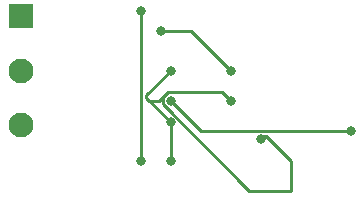
<source format=gbr>
%TF.GenerationSoftware,KiCad,Pcbnew,7.0.2*%
%TF.CreationDate,2023-06-01T20:05:06-06:00*%
%TF.ProjectId,ArmchairBarf,41726d63-6861-4697-9242-6172662e6b69,rev?*%
%TF.SameCoordinates,Original*%
%TF.FileFunction,Copper,L2,Bot*%
%TF.FilePolarity,Positive*%
%FSLAX46Y46*%
G04 Gerber Fmt 4.6, Leading zero omitted, Abs format (unit mm)*
G04 Created by KiCad (PCBNEW 7.0.2) date 2023-06-01 20:05:06*
%MOMM*%
%LPD*%
G01*
G04 APERTURE LIST*
G04 Aperture macros list*
%AMRoundRect*
0 Rectangle with rounded corners*
0 $1 Rounding radius*
0 $2 $3 $4 $5 $6 $7 $8 $9 X,Y pos of 4 corners*
0 Add a 4 corners polygon primitive as box body*
4,1,4,$2,$3,$4,$5,$6,$7,$8,$9,$2,$3,0*
0 Add four circle primitives for the rounded corners*
1,1,$1+$1,$2,$3*
1,1,$1+$1,$4,$5*
1,1,$1+$1,$6,$7*
1,1,$1+$1,$8,$9*
0 Add four rect primitives between the rounded corners*
20,1,$1+$1,$2,$3,$4,$5,0*
20,1,$1+$1,$4,$5,$6,$7,0*
20,1,$1+$1,$6,$7,$8,$9,0*
20,1,$1+$1,$8,$9,$2,$3,0*%
G04 Aperture macros list end*
%TA.AperFunction,ComponentPad*%
%ADD10RoundRect,0.250001X-0.799999X0.799999X-0.799999X-0.799999X0.799999X-0.799999X0.799999X0.799999X0*%
%TD*%
%TA.AperFunction,ComponentPad*%
%ADD11C,2.100000*%
%TD*%
%TA.AperFunction,ViaPad*%
%ADD12C,0.800000*%
%TD*%
%TA.AperFunction,Conductor*%
%ADD13C,0.250000*%
%TD*%
G04 APERTURE END LIST*
D10*
%TO.P,J1,1,Pin_1*%
%TO.N,Net-(J1-Pin_1)*%
X154940000Y-89380000D03*
D11*
%TO.P,J1,2,Pin_2*%
%TO.N,Net-(J1-Pin_2)*%
X154940000Y-93980000D03*
%TO.P,J1,3,Pin_3*%
%TO.N,Net-(J1-Pin_3)*%
X154940000Y-98580000D03*
%TD*%
D12*
%TO.N,Net-(J1-Pin_3)*%
X166809502Y-90609502D03*
X172720000Y-93980000D03*
%TO.N,Net-(J1-Pin_1)*%
X167640000Y-101600000D03*
X167640000Y-93980000D03*
X167640000Y-98335500D03*
X175260000Y-99784500D03*
X172685402Y-96520000D03*
%TO.N,Net-(U7-DO)*%
X167640000Y-96520000D03*
X182880000Y-99060000D03*
%TO.N,Net-(U1-DO)*%
X165100000Y-101600000D03*
X165100000Y-88900000D03*
%TD*%
D13*
%TO.N,Net-(J1-Pin_1)*%
X166614695Y-96520000D02*
X166915000Y-96219695D01*
X165824500Y-96520000D02*
X166614695Y-96520000D01*
%TO.N,Net-(U7-DO)*%
X170180000Y-99060000D02*
X167640000Y-96520000D01*
%TO.N,Net-(J1-Pin_3)*%
X169349502Y-90609502D02*
X172720000Y-93980000D01*
X166809502Y-90609502D02*
X169349502Y-90609502D01*
%TO.N,Net-(J1-Pin_1)*%
X167640000Y-101600000D02*
X167640000Y-98335500D01*
X165550000Y-96070000D02*
X167640000Y-93980000D01*
X167640000Y-98335500D02*
X165550000Y-96245500D01*
X165550000Y-96245500D02*
X165550000Y-96070000D01*
X175260000Y-99510000D02*
X175260000Y-99784500D01*
X175710000Y-99510000D02*
X175260000Y-99510000D01*
X177800000Y-101600000D02*
X175710000Y-99510000D01*
X177800000Y-104140000D02*
X177800000Y-101600000D01*
X174234695Y-104140000D02*
X177800000Y-104140000D01*
X167339695Y-95795000D02*
X166915000Y-96219695D01*
X171960402Y-95795000D02*
X167339695Y-95795000D01*
X172685402Y-96520000D02*
X171960402Y-95795000D01*
X166915000Y-96219695D02*
X166915000Y-96820305D01*
X166915000Y-96820305D02*
X174234695Y-104140000D01*
%TO.N,Net-(U7-DO)*%
X182880000Y-99060000D02*
X170180000Y-99060000D01*
%TO.N,Net-(U1-DO)*%
X165100000Y-101600000D02*
X165100000Y-88900000D01*
%TD*%
M02*

</source>
